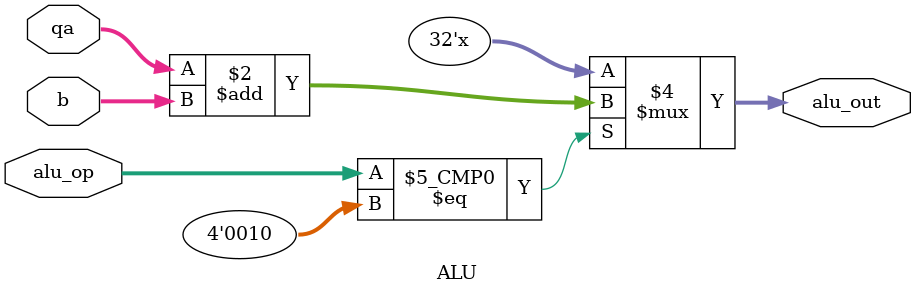
<source format=v>
`timescale 1ns / 1ps


module EXE(

    );
endmodule

module ALU_In_Mux(
    input               alu_imm,
    input       [31:0]  qb,
    input       [31:0]  imm32,
    
    output reg  [31:0]  b
);

    always@(*)begin
        if(alu_imm)begin
            b = imm32;
        end
        else begin
            b = qb;
        end
    end

endmodule

module ALU(
    input [3:0] alu_op,
    input [31:0] qa,
    input [31:0] b,

    output reg [31:0] alu_out
);

    always@(*)begin
        case(alu_op)
            4'b0010:
            begin
                alu_out = qa + b;
            end
        endcase
    end

endmodule

</source>
